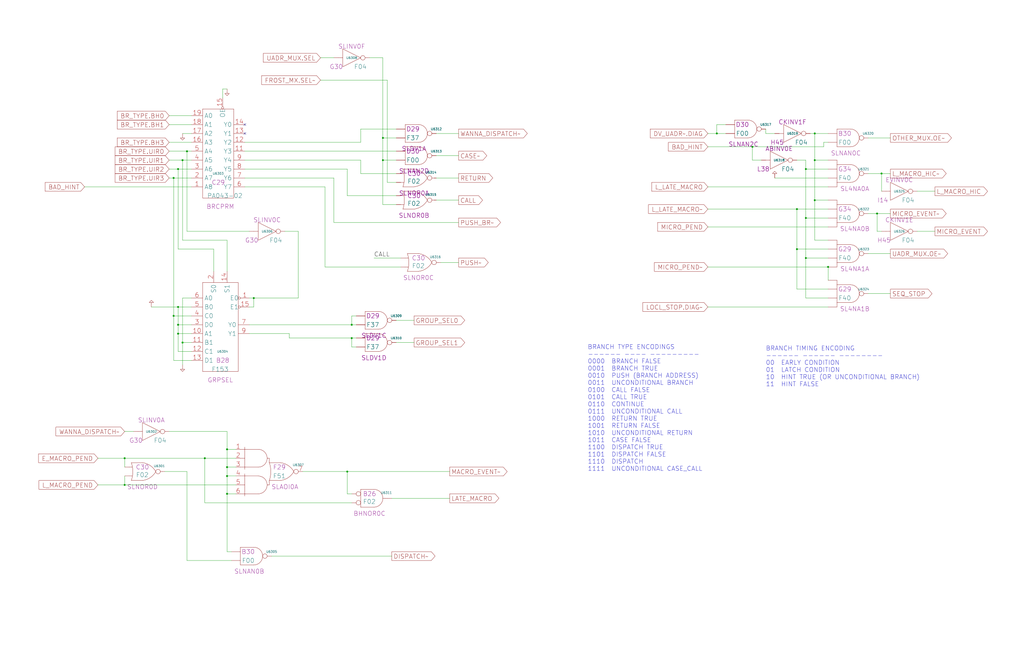
<source format=kicad_sch>
(kicad_sch (version 20250114) (generator "eeschema") (generator_version "9.0")
  (paper "User" 584.2 378.46)
  (title_block (title "BRANCH TYPE DECODE & UADR OE") (date "22-MAY-90") (rev "1.0") (comment 1 "SEQUENCER") (comment 2 "232-003064") (comment 3 "S400") (comment 4 "RELEASED"))
  (lib_symbols
    (symbol "r1000:F00" (pin_numbers (hide yes)) (pin_names (hide yes))
      (property "Reference" "U" (at 15.24 0 0))
      (property "Value" "F00" (at 1.905 -5.08 0))
      (property "Location" "___" (at 1.905 0 0))
      (property "Name" "______" (at 2.54 -12.7 0))
      (symbol "F00_0_1"
        (polyline (pts (xy -2.54 2.54) (xy -2.54 -7.62)) (stroke (width 0.1524)))
        (polyline (pts (xy -2.54 2.54) (xy 5.08 2.54)) (stroke (width 0.1524)))
        (polyline (pts (xy -2.54 -7.62) (xy 5.08 -7.62)) (stroke (width 0.1524)))
        (arc (start 5.08 2.54) (mid 10.1281 -2.54) (end 5.08 -7.62) (stroke (width 0.1524)))
        (circle (center 11.43 -2.54) (radius 1.27) (stroke (width 0.1524)))
      )
      (symbol "F00_0_2"
        (arc (start -3.175 2.54) (mid -2.134 -2.54) (end -3.175 -7.62) (stroke (width 0.1524)))
        (circle (center -3.81 0) (radius 1.27) (stroke (width 0.1524)))
        (circle (center -3.81 -5.08) (radius 1.27) (stroke (width 0.1524)))
        (polyline (pts (xy -3.175 2.54) (xy 3.81 2.54)) (stroke (width 0.1524)))
        (polyline (pts (xy -3.175 -7.62) (xy 3.81 -7.62)) (stroke (width 0.1524)))
        (arc (start 3.81 2.54) (mid 7.5828 0.7472) (end 10.16 -2.54) (stroke (width 0.1524)))
        (arc (start 10.16 -2.54) (mid 7.5855 -5.8306) (end 3.81 -7.62) (stroke (width 0.1524)))
      )
      (symbol "F00_1_1"
        (pin input line (at -7.62 0 0) (length 5.08) (name "D0") (number "1"))
        (pin input line (at -7.62 -5.08 0) (length 5.08) (name "D1") (number "2"))
        (pin output line (at 15.24 -2.54 180) (length 2.54) (name "Q") (number "3"))
      )
      (symbol "F00_1_2"
        (pin input line (at -7.62 0 0) (length 2.54) (name "D0") (number "1"))
        (pin input line (at -7.62 -5.08 0) (length 2.54) (name "D1") (number "2"))
        (pin output line (at 15.24 -2.54 180) (length 5.08) (name "Q") (number "3"))
      )
    )
    (symbol "r1000:F02" (pin_numbers (hide yes)) (pin_names (hide yes))
      (property "Reference" "U" (at 12.16 0.635 0))
      (property "Value" "F02" (at -1.27 -4.445 0))
      (property "Location" "___" (at 2.54 0 0))
      (property "Name" "______" (at 2.54 -12.7 0))
      (symbol "F02_0_1"
        (arc (start -3.81 2.54) (mid -2.9847 -2.54) (end -3.81 -7.62) (stroke (width 0.1524)))
        (polyline (pts (xy -5.08 0) (xy -3.175 0)) (stroke (width 0.1524)))
        (polyline (pts (xy -5.08 -5.08) (xy -3.175 -5.08)) (stroke (width 0.1524)))
        (polyline (pts (xy -3.81 2.54) (xy 2.54 2.54)) (stroke (width 0.1524)))
        (polyline (pts (xy -3.81 -7.62) (xy 2.54 -7.62)) (stroke (width 0.1524)))
        (arc (start 2.54 2.54) (mid 6.9477 0.8966) (end 10.16 -2.54) (stroke (width 0.1524)))
        (arc (start 10.16 -2.54) (mid 6.9515 -5.9823) (end 2.54 -7.62) (stroke (width 0.1524)))
        (circle (center 11.43 -2.54) (radius 1.27) (stroke (width 0.1524)))
        (polyline (pts (xy 13.97 -2.54) (xy 12.7 -2.54)) (stroke (width 0.1524)))
      )
      (symbol "F02_0_2"
        (circle (center -3.81 0) (radius 1.27) (stroke (width 0.1524)))
        (circle (center -3.81 -5.08) (radius 1.27) (stroke (width 0.1524)))
        (polyline (pts (xy -2.54 2.54) (xy -2.54 -7.62)) (stroke (width 0.1524)))
        (polyline (pts (xy -2.54 2.54) (xy 5.08 2.54)) (stroke (width 0.1524)))
        (polyline (pts (xy -2.54 -7.62) (xy 5.08 -7.62)) (stroke (width 0.1524)))
        (arc (start 5.08 2.54) (mid 10.1281 -2.54) (end 5.08 -7.62) (stroke (width 0.1524)))
        (polyline (pts (xy 11.43 -2.54) (xy 10.16 -2.54)) (stroke (width 0.1524)))
        (polyline (pts (xy 11.43 -2.54) (xy 12.7 -2.54)) (stroke (width 0.1524)))
      )
      (symbol "F02_1_1"
        (pin input line (at -7.62 0 0) (length 2.54) (name "D0") (number "1"))
        (pin input line (at -7.62 -5.08 0) (length 2.54) (name "D1") (number "2"))
        (pin output line (at 15.24 -2.54 180) (length 1.27) (name "Q") (number "3"))
      )
      (symbol "F02_1_2"
        (pin input line (at -7.62 0 0) (length 2.54) (name "D0") (number "1"))
        (pin input line (at -7.62 -5.08 0) (length 2.54) (name "D1") (number "2"))
        (pin output line (at 15.24 -2.54 180) (length 2.54) (name "Q") (number "3"))
      )
    )
    (symbol "r1000:F04" (pin_numbers (hide yes)) (pin_names (hide yes))
      (property "Reference" "U" (at 0 0 0))
      (property "Value" "F04" (at 1.27 -5.08 0))
      (property "Location" "___" (at -12.7 -5.08 0))
      (property "Name" "______" (at 0 5.08 0))
      (symbol "F04_0_1"
        (polyline (pts (xy -7.62 0) (xy -5.08 0)) (stroke (width 0.1524)))
        (polyline (pts (xy -5.08 5.08) (xy -5.08 -5.08)) (stroke (width 0.1524)))
        (polyline (pts (xy 5.08 0) (xy -5.08 5.08)) (stroke (width 0.1524)))
        (polyline (pts (xy 5.08 0) (xy -5.08 -5.08)) (stroke (width 0.1524)))
        (circle (center 6.35 0) (radius 1.27) (stroke (width 0.1524)))
      )
      (symbol "F04_1_1"
        (pin input line (at -10.16 0 0) (length 2.54) (name "D0") (number "1"))
        (pin output line (at 10.16 0 180) (length 2.54) (name "Q") (number "2"))
      )
    )
    (symbol "r1000:F153" (pin_names (offset 1.016))
      (property "Reference" "U" (at 2.54 5.08 0))
      (property "Value" "F153" (at -3.81 -5.08 0))
      (property "Location" "___" (at -1.27 0 0))
      (property "Name" "______" (at 1.27 -12.7 0))
      (symbol "F153_1_1"
        (rectangle (start -8.89 44.45) (end 11.43 -6.35))
        (circle (center 12.065 35.56) (radius 0.635))
        (circle (center 12.065 30.48) (radius 0.635))
        (pin input line (at -15.24 35.56 0) (length 6.35) (name "A0") (number "6"))
        (pin input line (at -15.24 30.48 0) (length 6.35) (name "B0") (number "5"))
        (pin input line (at -15.24 25.4 0) (length 6.35) (name "C0") (number "4"))
        (pin input line (at -15.24 20.32 0) (length 6.35) (name "D0") (number "3"))
        (pin input line (at -15.24 15.24 0) (length 6.35) (name "A1") (number "10"))
        (pin input line (at -15.24 10.16 0) (length 6.35) (name "B1") (number "11"))
        (pin input line (at -15.24 5.08 0) (length 6.35) (name "C1") (number "12"))
        (pin input line (at -15.24 0 0) (length 6.35) (name "D1") (number "13"))
        (pin input line (at -2.54 50.8 270) (length 6.35) (name "S0") (number "2"))
        (pin input line (at 5.08 50.8 270) (length 6.35) (name "S1") (number "14"))
        (pin input line (at 17.78 35.56 180) (length 5.08) (name "E0") (number "1"))
        (pin input line (at 17.78 30.48 180) (length 5.08) (name "E1") (number "15"))
        (pin output line (at 17.78 20.32 180) (length 6.35) (name "Y0") (number "7"))
        (pin output line (at 17.78 15.24 180) (length 6.35) (name "Y1") (number "9"))
      )
    )
    (symbol "r1000:F37" (pin_numbers (hide yes)) (pin_names (offset 0) (hide yes))
      (property "Reference" "U" (at 15.24 0 0))
      (property "Value" "F37" (at 1.905 -5.08 0))
      (property "Location" "___" (at 1.905 0 0))
      (property "Name" "______" (at 2.54 -12.7 0))
      (symbol "F37_0_1"
        (polyline (pts (xy -2.54 2.54) (xy -2.54 -7.62)) (stroke (width 0.1524)))
        (polyline (pts (xy -2.54 2.54) (xy 5.08 2.54)) (stroke (width 0.1524)))
        (polyline (pts (xy -2.54 -7.62) (xy 5.08 -7.62)) (stroke (width 0.1524)))
        (arc (start 5.08 2.54) (mid 10.1281 -2.54) (end 5.08 -7.62) (stroke (width 0.1524)))
        (circle (center 11.43 -2.54) (radius 1.27) (stroke (width 0.1524)))
      )
      (symbol "F37_0_2"
        (arc (start -3.175 2.54) (mid -2.134 -2.54) (end -3.175 -7.62) (stroke (width 0.1524)))
        (circle (center -3.81 0) (radius 1.27) (stroke (width 0.1524)))
        (circle (center -3.81 -5.08) (radius 1.27) (stroke (width 0.1524)))
        (polyline (pts (xy -3.175 2.54) (xy 3.81 2.54)) (stroke (width 0.1524)))
        (polyline (pts (xy -3.175 -7.62) (xy 3.81 -7.62)) (stroke (width 0.1524)))
        (arc (start 3.81 2.54) (mid 7.5828 0.7472) (end 10.16 -2.54) (stroke (width 0.1524)))
        (arc (start 10.16 -2.54) (mid 7.5855 -5.8306) (end 3.81 -7.62) (stroke (width 0.1524)))
      )
      (symbol "F37_1_1"
        (pin input line (at -7.62 0 0) (length 5.08) (name "D0") (number "1"))
        (pin input line (at -7.62 -5.08 0) (length 5.08) (name "D1") (number "2"))
        (pin output line (at 15.24 -2.54 180) (length 2.54) (name "Q") (number "3"))
      )
      (symbol "F37_1_2"
        (pin input line (at -7.62 0 0) (length 2.54) (name "D0") (number "1"))
        (pin input line (at -7.62 -5.08 0) (length 2.54) (name "D1") (number "2"))
        (pin output line (at 15.24 -2.54 180) (length 5.08) (name "Q") (number "3"))
      )
    )
    (symbol "r1000:F40" (pin_numbers (hide yes)) (pin_names (hide yes))
      (property "Reference" "U" (at 12.7 2.54 0))
      (property "Value" "F40" (at 1.905 -2.54 0))
      (property "Location" "___" (at 1.905 2.54 0))
      (property "Name" "______" (at 7.62 -10.16 0))
      (symbol "F40_0_0"
        (polyline (pts (xy -2.54 5.08) (xy 5.08 5.08)) (stroke (width 0.1524)))
        (polyline (pts (xy -2.54 -5.08) (xy 5.08 -5.08)) (stroke (width 0.1524)))
        (arc (start 5.08 5.08) (mid 8.6721 3.5921) (end 10.16 0) (stroke (width 0.1524)))
        (arc (start 10.16 0) (mid 8.6721 -3.5921) (end 5.08 -5.08) (stroke (width 0.1524)))
        (circle (center 11.43 0) (radius 1.27) (stroke (width 0.1524)))
      )
      (symbol "F40_0_1"
        (polyline (pts (xy -2.54 7.62) (xy -2.54 5.08)) (stroke (width 0.1524)))
        (polyline (pts (xy -2.54 5.08) (xy -2.54 -5.08)) (stroke (width 0.1524)))
        (polyline (pts (xy -2.54 -5.08) (xy -2.54 -7.62)) (stroke (width 0.1524)))
      )
      (symbol "F40_1_1"
        (pin input line (at -7.62 7.62 0) (length 5.08) (name "D0") (number "1"))
        (pin input line (at -7.62 2.54 0) (length 5.08) (name "D3") (number "2"))
        (pin input line (at -7.62 -2.54 0) (length 5.08) (name "D4") (number "4"))
        (pin input line (at -7.62 -7.62 0) (length 5.08) (name "D5") (number "5"))
        (pin output line (at 15.24 0 180) (length 2.54) (name "Q") (number "6"))
      )
    )
    (symbol "r1000:F51" (pin_names (hide yes))
      (property "Reference" "U" (at 12.7 1.27 0))
      (property "Value" "F51" (at 1.905 -5.08 0))
      (property "Location" "___" (at 1.905 0 0))
      (property "Name" "______" (at 5.08 -12.7 0))
      (symbol "F51_0_0"
        (polyline (pts (xy -20.32 10.16) (xy -17.78 10.16)) (stroke (width 0.1524)))
        (polyline (pts (xy -20.32 5.08) (xy -17.78 5.08)) (stroke (width 0.1524)))
        (polyline (pts (xy -20.32 0) (xy -17.78 0)) (stroke (width 0.1524)))
        (polyline (pts (xy -20.32 -5.08) (xy -17.78 -5.08)) (stroke (width 0.1524)))
        (polyline (pts (xy -20.32 -10.16) (xy -17.78 -10.16)) (stroke (width 0.1524)))
        (polyline (pts (xy -20.32 -15.24) (xy -17.78 -15.24)) (stroke (width 0.1524)))
        (arc (start -3.8173 2.54) (mid -2.9926 -2.54) (end -3.8173 -7.62) (stroke (width 0.1524)))
        (polyline (pts (xy -17.78 11.43) (xy -17.78 -1.27)) (stroke (width 0.1524)))
        (polyline (pts (xy -17.78 -3.81) (xy -17.78 -16.51)) (stroke (width 0.1524)))
        (polyline (pts (xy -10.16 10.16) (xy -17.78 10.16)) (stroke (width 0.1524)))
        (arc (start -10.16 10.16) (mid -6.5679 8.6721) (end -5.08 5.08) (stroke (width 0.1524)))
        (arc (start -5.08 5.08) (mid -6.5679 1.4879) (end -10.16 0) (stroke (width 0.1524)))
        (polyline (pts (xy -10.16 0) (xy -17.78 0)) (stroke (width 0.1524)))
        (polyline (pts (xy -10.16 -5.08) (xy -17.78 -5.08)) (stroke (width 0.1524)))
        (arc (start -10.16 -5.08) (mid -6.5679 -6.5679) (end -5.08 -10.16) (stroke (width 0.1524)))
        (arc (start -5.08 -10.16) (mid -6.5679 -13.7521) (end -10.16 -15.24) (stroke (width 0.1524)))
        (polyline (pts (xy -10.16 -15.24) (xy -17.78 -15.24)) (stroke (width 0.1524)))
        (polyline (pts (xy -5.08 5.08) (xy -3.81 5.08) (xy -3.81 2.54)) (stroke (width 0.1524)))
        (polyline (pts (xy -5.08 -10.16) (xy -3.81 -10.16) (xy -3.81 -7.62)) (stroke (width 0.1524)))
        (polyline (pts (xy -3.81 2.54) (xy 2.54 2.54)) (stroke (width 0.1524)))
        (polyline (pts (xy -3.81 -7.62) (xy 2.54 -7.62)) (stroke (width 0.1524)))
        (arc (start 10.16 -2.54) (mid 6.9504 -5.9807) (end 2.54 -7.62) (stroke (width 0.1524)))
        (arc (start 2.54 2.54) (mid 6.9516 0.9024) (end 10.16 -2.54) (stroke (width 0.1524)))
        (circle (center 11.43 -2.54) (radius 1.27) (stroke (width 0.1524)))
      )
      (symbol "F51_1_1"
        (pin input line (at -22.86 10.16 0) (length 2.54) (name "A1") (number "1"))
        (pin input line (at -22.86 5.08 0) (length 2.54) (name "A2") (number "2"))
        (pin input line (at -22.86 0 0) (length 2.54) (name "A3") (number "3"))
        (pin input line (at -22.86 -5.08 0) (length 2.54) (name "B1") (number "4"))
        (pin input line (at -22.86 -10.16 0) (length 2.54) (name "B2") (number "5"))
        (pin input line (at -22.86 -15.24 0) (length 2.54) (name "B3") (number "6"))
        (pin output line (at 15.24 -2.54 180) (length 2.54) (name "Q") (number "7"))
      )
    )
    (symbol "r1000:PAxxx" (pin_names (offset 1.016))
      (property "Reference" "U" (at 2.54 5.08 0))
      (property "Value" "PAxxx" (at -3.81 -7.62 0))
      (property "Location" "___" (at -1.27 0 0))
      (property "Name" "______" (at 3.81 -15.24 0))
      (symbol "PAxxx_1_1"
        (rectangle (start -6.35 41.91) (end 11.43 -8.89))
        (circle (center 5.08 42.545) (radius 0.635))
        (pin input line (at -12.7 38.1 0) (length 6.35) (name "A0") (number "19"))
        (pin input line (at -12.7 33.02 0) (length 6.35) (name "A1") (number "18"))
        (pin input line (at -12.7 27.94 0) (length 6.35) (name "A2") (number "17"))
        (pin input line (at -12.7 22.86 0) (length 6.35) (name "A3") (number "16"))
        (pin input line (at -12.7 17.78 0) (length 6.35) (name "A4") (number "5"))
        (pin input line (at -12.7 12.7 0) (length 6.35) (name "A5") (number "4"))
        (pin input line (at -12.7 7.62 0) (length 6.35) (name "A6") (number "3"))
        (pin input line (at -12.7 2.54 0) (length 6.35) (name "A7") (number "2"))
        (pin input line (at -12.7 -2.54 0) (length 6.35) (name "A8") (number "1"))
        (pin input line (at 5.08 48.26 270) (length 5.08) (name "OE") (number "15"))
        (pin tri_state line (at 17.78 33.02 180) (length 6.35) (name "Y0") (number "14"))
        (pin tri_state line (at 17.78 27.94 180) (length 6.35) (name "Y1") (number "13"))
        (pin tri_state line (at 17.78 22.86 180) (length 6.35) (name "Y2") (number "12"))
        (pin tri_state line (at 17.78 17.78 180) (length 6.35) (name "Y3") (number "11"))
        (pin tri_state line (at 17.78 12.7 180) (length 6.35) (name "Y4") (number "9"))
        (pin tri_state line (at 17.78 7.62 180) (length 6.35) (name "Y5") (number "8"))
        (pin tri_state line (at 17.78 2.54 180) (length 6.35) (name "Y6") (number "7"))
        (pin tri_state line (at 17.78 -2.54 180) (length 6.35) (name "Y7") (number "6"))
      )
    )
    (symbol "r1000:PD" (power) (pin_numbers (hide yes)) (pin_names (hide yes)) (in_bom no)
      (symbol "PD_0_1"
        (polyline (pts (xy 0 -2.54) (xy 1.27 -2.54) (xy 0 -3.81) (xy -1.27 -2.54) (xy 0 -2.54)) (stroke (width 0.1524)))
      )
      (symbol "PD_1_1"
        (pin power_in line (at 0 0 270) (length 2.54) (name "PD") (number "1"))
      )
    )
    (symbol "r1000:PU" (power) (pin_numbers (hide yes)) (pin_names (hide yes))
      (symbol "PU_0_1"
        (polyline (pts (xy 0 2.54) (xy -1.27 2.54) (xy 0 3.81) (xy 1.27 2.54) (xy 0 2.54)) (stroke (width 0.1524)))
      )
      (symbol "PU_1_1"
        (pin power_in line (at 0 0 90) (length 2.54) (name "PU") (number "1"))
      )
    )
  )
  (text "BRANCH TIMING ENCODING\n------ ------ --------\n00  EARLY CONDITION\n01  LATCH CONDITION\n10  HINT TRUE (OR UNCONDITIONAL BRANCH)\n11  HINT FALSE" (at 436.88 220.98 0) (effects (font (size 2.54 2.54)) (justify left bottom)))
  (text "BRANCH TYPE ENCODINGS\n------ ---- ---------\n0000  BRANCH FALSE\n0001  BRANCH TRUE\n0010  PUSH (BRANCH ADDRESS)\n0011  UNCONDITIONAL BRANCH\n0100  CALL FALSE\n0101  CALL TRUE\n0110  CONTINUE\n0111  UNCONDITIONAL CALL\n1000  RETURN TRUE\n1001  RETURN FALSE\n1010  UNCONDITIONAL RETURN\n1011  CASE FALSE\n1100  DISPATCH TRUE\n1101  DISPATCH FALSE\n1110  DISPATCH\n1111  UNCONDITIONAL CASE_CALL\n" (at 335.28 269.24 0) (effects (font (size 2.54 2.54)) (justify left bottom)))
  (junction (at 464.82 91.44))
  (junction (at 218.44 91.44))
  (junction (at 408.94 76.2))
  (junction (at 144.78 170.18))
  (junction (at 129.54 271.78))
  (junction (at 429.26 83.82))
  (junction (at 129.54 266.7))
  (junction (at 99.06 180.34))
  (junction (at 101.6 185.42))
  (junction (at 101.6 190.5))
  (junction (at 198.12 269.24))
  (junction (at 500.38 121.92))
  (junction (at 71.12 276.86))
  (junction (at 218.44 78.74))
  (junction (at 101.6 175.26))
  (junction (at 459.74 96.52))
  (junction (at 106.68 86.36))
  (junction (at 129.54 256.54))
  (junction (at 101.6 96.52))
  (junction (at 200.66 193.04))
  (junction (at 116.84 261.62))
  (junction (at 104.14 195.58))
  (junction (at 464.82 114.3))
  (junction (at 502.92 99.06))
  (junction (at 459.74 124.46))
  (junction (at 454.66 142.24))
  (junction (at 129.54 281.94))
  (junction (at 99.06 101.6))
  (junction (at 459.74 147.32))
  (junction (at 464.82 76.2))
  (junction (at 454.66 119.38))
  (junction (at 200.66 185.42))
  (junction (at 472.44 152.4))
  (junction (at 104.14 91.44))
  (junction (at 71.12 261.62))
  (no_connect (at 139.7 71.12))
  (no_connect (at 139.7 76.2))
  (wire (pts (xy 129.54 266.7) (xy 129.54 271.78)))
  (wire (pts (xy 403.86 175.26) (xy 472.44 175.26)))
  (wire (pts (xy 104.14 195.58) (xy 109.22 195.58)))
  (wire (pts (xy 198.12 96.52) (xy 198.12 111.76)))
  (wire (pts (xy 403.86 152.4) (xy 472.44 152.4)))
  (wire (pts (xy 459.74 147.32) (xy 459.74 170.18)))
  (wire (pts (xy 210.82 33.02) (xy 218.44 33.02)))
  (wire (pts (xy 198.12 281.94) (xy 198.12 269.24)))
  (wire (pts (xy 99.06 180.34) (xy 109.22 180.34)))
  (wire (pts (xy 101.6 185.42) (xy 101.6 175.26)))
  (wire (pts (xy 129.54 246.38) (xy 129.54 256.54)))
  (wire (pts (xy 96.52 81.28) (xy 109.22 81.28)))
  (wire (pts (xy 142.24 190.5) (xy 165.1 190.5)))
  (wire (pts (xy 205.74 81.28) (xy 205.74 73.66)))
  (wire (pts (xy 200.66 281.94) (xy 198.12 281.94)))
  (wire (pts (xy 248.92 101.6) (xy 261.62 101.6)))
  (wire (pts (xy 96.52 91.44) (xy 104.14 91.44)))
  (wire (pts (xy 408.94 71.12) (xy 408.94 76.2)))
  (wire (pts (xy 142.24 185.42) (xy 200.66 185.42)))
  (wire (pts (xy 472.44 152.4) (xy 472.44 160.02)))
  (wire (pts (xy 48.26 106.68) (xy 109.22 106.68)))
  (wire (pts (xy 464.82 76.2) (xy 464.82 91.44)))
  (wire (pts (xy 459.74 124.46) (xy 472.44 124.46)))
  (wire (pts (xy 129.54 50.8) (xy 127 50.8)))
  (wire (pts (xy 165.1 190.5) (xy 165.1 193.04)))
  (wire (pts (xy 96.52 246.38) (xy 129.54 246.38)))
  (wire (pts (xy 414.02 71.12) (xy 408.94 71.12)))
  (wire (pts (xy 96.52 71.12) (xy 109.22 71.12)))
  (wire (pts (xy 459.74 96.52) (xy 472.44 96.52)))
  (wire (pts (xy 218.44 33.02) (xy 218.44 78.74)))
  (wire (pts (xy 502.92 99.06) (xy 502.92 109.22)))
  (wire (pts (xy 429.26 91.44) (xy 429.26 83.82)))
  (wire (pts (xy 469.9 81.28) (xy 472.44 81.28)))
  (wire (pts (xy 116.84 287.02) (xy 200.66 287.02)))
  (wire (pts (xy 185.42 106.68) (xy 185.42 152.4)))
  (wire (pts (xy 213.36 147.32) (xy 228.6 147.32)))
  (wire (pts (xy 218.44 91.44) (xy 226.06 91.44)))
  (wire (pts (xy 106.68 320.04) (xy 132.08 320.04)))
  (wire (pts (xy 129.54 256.54) (xy 134.62 256.54)))
  (wire (pts (xy 162.56 132.08) (xy 170.18 132.08)))
  (wire (pts (xy 170.18 132.08) (xy 170.18 170.18)))
  (wire (pts (xy 218.44 91.44) (xy 218.44 116.84)))
  (wire (pts (xy 500.38 121.92) (xy 508 121.92)))
  (wire (pts (xy 434.34 91.44) (xy 429.26 91.44)))
  (wire (pts (xy 101.6 190.5) (xy 101.6 185.42)))
  (wire (pts (xy 248.92 76.2) (xy 261.62 76.2)))
  (wire (pts (xy 454.66 142.24) (xy 454.66 165.1)))
  (wire (pts (xy 109.22 205.74) (xy 99.06 205.74)))
  (wire (pts (xy 220.98 45.72) (xy 220.98 104.14)))
  (wire (pts (xy 464.82 91.44) (xy 464.82 114.3)))
  (wire (pts (xy 99.06 101.6) (xy 109.22 101.6)))
  (wire (pts (xy 495.3 121.92) (xy 500.38 121.92)))
  (wire (pts (xy 198.12 111.76) (xy 226.06 111.76)))
  (wire (pts (xy 129.54 256.54) (xy 129.54 266.7)))
  (wire (pts (xy 469.9 83.82) (xy 469.9 81.28)))
  (wire (pts (xy 104.14 170.18) (xy 109.22 170.18)))
  (wire (pts (xy 403.86 83.82) (xy 429.26 83.82)))
  (wire (pts (xy 408.94 76.2) (xy 414.02 76.2)))
  (wire (pts (xy 464.82 137.16) (xy 472.44 137.16)))
  (wire (pts (xy 200.66 198.12) (xy 200.66 193.04)))
  (wire (pts (xy 104.14 208.28) (xy 104.14 195.58)))
  (wire (pts (xy 500.38 121.92) (xy 500.38 132.08)))
  (wire (pts (xy 495.3 99.06) (xy 502.92 99.06)))
  (wire (pts (xy 71.12 271.78) (xy 71.12 276.86)))
  (wire (pts (xy 104.14 137.16) (xy 104.14 91.44)))
  (wire (pts (xy 459.74 170.18) (xy 472.44 170.18)))
  (wire (pts (xy 106.68 132.08) (xy 106.68 86.36)))
  (wire (pts (xy 218.44 78.74) (xy 218.44 91.44)))
  (wire (pts (xy 139.7 81.28) (xy 205.74 81.28)))
  (wire (pts (xy 129.54 281.94) (xy 134.62 281.94)))
  (wire (pts (xy 96.52 96.52) (xy 101.6 96.52)))
  (wire (pts (xy 454.66 119.38) (xy 454.66 142.24)))
  (wire (pts (xy 248.92 114.3) (xy 261.62 114.3)))
  (wire (pts (xy 127 50.8) (xy 127 55.88)))
  (wire (pts (xy 129.54 137.16) (xy 104.14 137.16)))
  (wire (pts (xy 165.1 193.04) (xy 200.66 193.04)))
  (wire (pts (xy 121.92 142.24) (xy 101.6 142.24)))
  (wire (pts (xy 129.54 271.78) (xy 134.62 271.78)))
  (wire (pts (xy 104.14 91.44) (xy 109.22 91.44)))
  (wire (pts (xy 436.88 76.2) (xy 441.96 76.2)))
  (wire (pts (xy 248.92 88.9) (xy 261.62 88.9)))
  (wire (pts (xy 436.88 73.66) (xy 436.88 76.2)))
  (wire (pts (xy 139.7 106.68) (xy 185.42 106.68)))
  (wire (pts (xy 205.74 99.06) (xy 226.06 99.06)))
  (wire (pts (xy 86.36 175.26) (xy 101.6 175.26)))
  (wire (pts (xy 154.94 317.5) (xy 223.52 317.5)))
  (wire (pts (xy 71.12 261.62) (xy 71.12 266.7)))
  (wire (pts (xy 523.24 109.22) (xy 533.4 109.22)))
  (wire (pts (xy 200.66 185.42) (xy 203.2 185.42)))
  (wire (pts (xy 403.86 76.2) (xy 408.94 76.2)))
  (wire (pts (xy 104.14 195.58) (xy 104.14 170.18)))
  (wire (pts (xy 459.74 124.46) (xy 459.74 147.32)))
  (wire (pts (xy 223.52 284.48) (xy 256.54 284.48)))
  (wire (pts (xy 101.6 190.5) (xy 109.22 190.5)))
  (wire (pts (xy 200.66 193.04) (xy 203.2 193.04)))
  (wire (pts (xy 129.54 266.7) (xy 134.62 266.7)))
  (wire (pts (xy 116.84 261.62) (xy 116.84 287.02)))
  (wire (pts (xy 200.66 180.34) (xy 200.66 185.42)))
  (wire (pts (xy 139.7 86.36) (xy 226.06 86.36)))
  (wire (pts (xy 226.06 182.88) (xy 236.22 182.88)))
  (wire (pts (xy 464.82 114.3) (xy 472.44 114.3)))
  (wire (pts (xy 403.86 106.68) (xy 472.44 106.68)))
  (wire (pts (xy 190.5 127) (xy 261.62 127)))
  (wire (pts (xy 101.6 175.26) (xy 109.22 175.26)))
  (wire (pts (xy 109.22 200.66) (xy 101.6 200.66)))
  (wire (pts (xy 55.88 276.86) (xy 71.12 276.86)))
  (wire (pts (xy 99.06 205.74) (xy 99.06 180.34)))
  (wire (pts (xy 495.3 167.64) (xy 508 167.64)))
  (wire (pts (xy 142.24 132.08) (xy 106.68 132.08)))
  (wire (pts (xy 218.44 116.84) (xy 226.06 116.84)))
  (wire (pts (xy 190.5 101.6) (xy 190.5 127)))
  (wire (pts (xy 144.78 175.26) (xy 144.78 170.18)))
  (wire (pts (xy 205.74 73.66) (xy 226.06 73.66)))
  (wire (pts (xy 182.88 45.72) (xy 220.98 45.72)))
  (wire (pts (xy 139.7 91.44) (xy 205.74 91.44)))
  (wire (pts (xy 101.6 96.52) (xy 109.22 96.52)))
  (wire (pts (xy 96.52 66.04) (xy 109.22 66.04)))
  (wire (pts (xy 523.24 132.08) (xy 533.4 132.08)))
  (wire (pts (xy 454.66 119.38) (xy 472.44 119.38)))
  (wire (pts (xy 459.74 91.44) (xy 459.74 96.52)))
  (wire (pts (xy 96.52 86.36) (xy 106.68 86.36)))
  (wire (pts (xy 96.52 101.6) (xy 99.06 101.6)))
  (wire (pts (xy 139.7 101.6) (xy 190.5 101.6)))
  (wire (pts (xy 129.54 154.94) (xy 129.54 137.16)))
  (wire (pts (xy 464.82 91.44) (xy 472.44 91.44)))
  (wire (pts (xy 203.2 198.12) (xy 200.66 198.12)))
  (wire (pts (xy 106.68 269.24) (xy 106.68 320.04)))
  (wire (pts (xy 198.12 269.24) (xy 256.54 269.24)))
  (wire (pts (xy 121.92 154.94) (xy 121.92 142.24)))
  (wire (pts (xy 464.82 76.2) (xy 472.44 76.2)))
  (wire (pts (xy 139.7 96.52) (xy 198.12 96.52)))
  (wire (pts (xy 462.28 76.2) (xy 464.82 76.2)))
  (wire (pts (xy 454.66 91.44) (xy 459.74 91.44)))
  (wire (pts (xy 454.66 165.1) (xy 472.44 165.1)))
  (wire (pts (xy 203.2 180.34) (xy 200.66 180.34)))
  (wire (pts (xy 101.6 185.42) (xy 109.22 185.42)))
  (wire (pts (xy 104.14 76.2) (xy 109.22 76.2)))
  (wire (pts (xy 142.24 175.26) (xy 144.78 175.26)))
  (wire (pts (xy 71.12 276.86) (xy 134.62 276.86)))
  (wire (pts (xy 101.6 200.66) (xy 101.6 190.5)))
  (wire (pts (xy 403.86 119.38) (xy 454.66 119.38)))
  (wire (pts (xy 205.74 91.44) (xy 205.74 99.06)))
  (wire (pts (xy 226.06 195.58) (xy 236.22 195.58)))
  (wire (pts (xy 403.86 129.54) (xy 472.44 129.54)))
  (wire (pts (xy 429.26 83.82) (xy 469.9 83.82)))
  (wire (pts (xy 454.66 142.24) (xy 472.44 142.24)))
  (wire (pts (xy 172.72 269.24) (xy 198.12 269.24)))
  (wire (pts (xy 459.74 96.52) (xy 459.74 124.46)))
  (wire (pts (xy 93.98 269.24) (xy 106.68 269.24)))
  (wire (pts (xy 218.44 78.74) (xy 226.06 78.74)))
  (wire (pts (xy 495.3 78.74) (xy 508 78.74)))
  (wire (pts (xy 106.68 86.36) (xy 109.22 86.36)))
  (wire (pts (xy 170.18 170.18) (xy 144.78 170.18)))
  (wire (pts (xy 129.54 271.78) (xy 129.54 281.94)))
  (wire (pts (xy 101.6 96.52) (xy 101.6 142.24)))
  (wire (pts (xy 185.42 152.4) (xy 228.6 152.4)))
  (wire (pts (xy 441.96 101.6) (xy 472.44 101.6)))
  (wire (pts (xy 55.88 261.62) (xy 71.12 261.62)))
  (wire (pts (xy 182.88 33.02) (xy 190.5 33.02)))
  (wire (pts (xy 129.54 281.94) (xy 129.54 314.96)))
  (wire (pts (xy 502.92 99.06) (xy 508 99.06)))
  (wire (pts (xy 495.3 144.78) (xy 508 144.78)))
  (wire (pts (xy 251.46 149.86) (xy 261.62 149.86)))
  (wire (pts (xy 99.06 180.34) (xy 99.06 101.6)))
  (wire (pts (xy 116.84 261.62) (xy 134.62 261.62)))
  (wire (pts (xy 142.24 170.18) (xy 144.78 170.18)))
  (wire (pts (xy 459.74 147.32) (xy 472.44 147.32)))
  (wire (pts (xy 71.12 261.62) (xy 116.84 261.62)))
  (wire (pts (xy 464.82 114.3) (xy 464.82 137.16)))
  (wire (pts (xy 129.54 314.96) (xy 132.08 314.96)))
  (wire (pts (xy 220.98 104.14) (xy 226.06 104.14)))
  (wire (pts (xy 71.12 246.38) (xy 76.2 246.38)))
  (wire (pts (xy 502.92 132.08) (xy 500.38 132.08)))
  (label "CALL" (at 213.36 147.32 0) (effects (font (size 2.54 2.54))))
  (global_label "OTHER_MUX.OE~" (shape output) (at 508 78.74 0) (effects (font (size 2.54 2.54))) (property "Intersheetrefs" "${INTERSHEET_REFS}" (at 542.8222 78.5813 0) (effects (font (size 1.905 1.905)) (justify left))))
  (global_label "BR_TYPE.UIR3" (shape input) (at 96.52 101.6 180) (effects (font (size 2.54 2.54))) (property "Intersheetrefs" "${INTERSHEET_REFS}" (at 65.6892 101.4413 0) (effects (font (size 1.905 1.905)) (justify right))))
  (global_label "GROUP_SEL0" (shape output) (at 236.22 182.88 0) (effects (font (size 2.54 2.54))) (property "Intersheetrefs" "${INTERSHEET_REFS}" (at 265.1155 182.7213 0) (effects (font (size 1.905 1.905)) (justify left))))
  (global_label "BAD_HINT" (shape input) (at 48.26 106.68 180) (effects (font (size 2.54 2.54))) (property "Intersheetrefs" "${INTERSHEET_REFS}" (at 25.775 106.5213 0) (effects (font (size 1.905 1.905)) (justify right))))
  (global_label "LATE_MACRO" (shape output) (at 256.54 284.48 0) (effects (font (size 2.54 2.54))) (property "Intersheetrefs" "${INTERSHEET_REFS}" (at 284.5889 284.3213 0) (effects (font (size 1.905 1.905)) (justify left))))
  (global_label "CASE~" (shape output) (at 261.62 88.9 0) (effects (font (size 2.54 2.54))) (property "Intersheetrefs" "${INTERSHEET_REFS}" (at 277.6946 88.7413 0) (effects (font (size 1.905 1.905)) (justify left))))
  (global_label "MICRO_EVENT" (shape output) (at 533.4 132.08 0) (effects (font (size 2.54 2.54))) (property "Intersheetrefs" "${INTERSHEET_REFS}" (at 563.3841 131.9213 0) (effects (font (size 1.905 1.905)) (justify left))))
  (global_label "E_MACRO_PEND" (shape input) (at 55.88 261.62 180) (effects (font (size 2.54 2.54))) (property "Intersheetrefs" "${INTERSHEET_REFS}" (at 22.0254 261.4613 0) (effects (font (size 1.905 1.905)) (justify right))))
  (global_label "PUSH~" (shape output) (at 261.62 149.86 0) (effects (font (size 2.54 2.54))) (property "Intersheetrefs" "${INTERSHEET_REFS}" (at 278.5412 149.7013 0) (effects (font (size 1.905 1.905)) (justify left))))
  (global_label "MICRO_PEND~" (shape input) (at 403.86 152.4 180) (effects (font (size 2.54 2.54))) (property "Intersheetrefs" "${INTERSHEET_REFS}" (at 373.3921 152.2413 0) (effects (font (size 1.905 1.905)) (justify right))))
  (global_label "BR_TYPE.UIR2" (shape input) (at 96.52 96.52 180) (effects (font (size 2.54 2.54))) (property "Intersheetrefs" "${INTERSHEET_REFS}" (at 65.6892 96.3613 0) (effects (font (size 1.905 1.905)) (justify right))))
  (global_label "BR_TYPE.UIR0" (shape input) (at 96.52 86.36 180) (effects (font (size 2.54 2.54))) (property "Intersheetrefs" "${INTERSHEET_REFS}" (at 65.6892 86.2013 0) (effects (font (size 1.905 1.905)) (justify right))))
  (global_label "BR_TYPE.UIR1" (shape input) (at 96.52 91.44 180) (effects (font (size 2.54 2.54))) (property "Intersheetrefs" "${INTERSHEET_REFS}" (at 65.6892 91.2813 0) (effects (font (size 1.905 1.905)) (justify right))))
  (global_label "FROST_MX.SEL~" (shape input) (at 182.88 45.72 180) (effects (font (size 2.54 2.54))) (property "Intersheetrefs" "${INTERSHEET_REFS}" (at 149.2673 45.5613 0) (effects (font (size 1.905 1.905)) (justify right))))
  (global_label "BAD_HINT" (shape input) (at 403.86 83.82 180) (effects (font (size 2.54 2.54))) (property "Intersheetrefs" "${INTERSHEET_REFS}" (at 381.375 83.6613 0) (effects (font (size 1.905 1.905)) (justify right))))
  (global_label "MICRO_PEND" (shape input) (at 403.86 129.54 180) (effects (font (size 2.54 2.54))) (property "Intersheetrefs" "${INTERSHEET_REFS}" (at 375.2064 129.3813 0) (effects (font (size 1.905 1.905)) (justify right))))
  (global_label "MACRO_EVENT~" (shape output) (at 256.54 269.24 0) (effects (font (size 2.54 2.54))) (property "Intersheetrefs" "${INTERSHEET_REFS}" (at 289.306 269.0813 0) (effects (font (size 1.905 1.905)) (justify left))))
  (global_label "DISPATCH~" (shape output) (at 223.52 317.5 0) (effects (font (size 2.54 2.54))) (property "Intersheetrefs" "${INTERSHEET_REFS}" (at 248.1822 317.3413 0) (effects (font (size 1.905 1.905)) (justify left))))
  (global_label "WANNA_DISPATCH~" (shape output) (at 261.62 76.2 0) (effects (font (size 2.54 2.54))) (property "Intersheetrefs" "${INTERSHEET_REFS}" (at 300.7965 76.0413 0) (effects (font (size 1.905 1.905)) (justify left))))
  (global_label "LOCL_STOP.DIAG~" (shape input) (at 403.86 175.26 180) (effects (font (size 2.54 2.54))) (property "Intersheetrefs" "${INTERSHEET_REFS}" (at 366.7397 175.1013 0) (effects (font (size 1.905 1.905)) (justify right))))
  (global_label "L_LATE_MACRO~" (shape input) (at 403.86 119.38 180) (effects (font (size 2.54 2.54))) (property "Intersheetrefs" "${INTERSHEET_REFS}" (at 370.0054 119.2213 0) (effects (font (size 1.905 1.905)) (justify right))))
  (global_label "BR_TYPE.BH1" (shape input) (at 96.52 71.12 180) (effects (font (size 2.54 2.54))) (property "Intersheetrefs" "${INTERSHEET_REFS}" (at 66.8988 70.9613 0) (effects (font (size 1.905 1.905)) (justify right))))
  (global_label "UADR_MUX.OE~" (shape output) (at 508 144.78 0) (effects (font (size 2.54 2.54))) (property "Intersheetrefs" "${INTERSHEET_REFS}" (at 540.645 144.6213 0) (effects (font (size 1.905 1.905)) (justify left))))
  (global_label "UADR_MUX.SEL" (shape input) (at 182.88 33.02 180) (effects (font (size 2.54 2.54))) (property "Intersheetrefs" "${INTERSHEET_REFS}" (at 150.235 32.8613 0) (effects (font (size 1.905 1.905)) (justify right))))
  (global_label "RETURN" (shape output) (at 261.62 101.6 0) (effects (font (size 2.54 2.54))) (property "Intersheetrefs" "${INTERSHEET_REFS}" (at 281.0812 101.4413 0) (effects (font (size 1.905 1.905)) (justify left))))
  (global_label "GROUP_SEL1" (shape output) (at 236.22 195.58 0) (effects (font (size 2.54 2.54))) (property "Intersheetrefs" "${INTERSHEET_REFS}" (at 265.1155 195.4213 0) (effects (font (size 1.905 1.905)) (justify left))))
  (global_label "MICRO_EVENT~" (shape output) (at 508 121.92 0) (effects (font (size 2.54 2.54))) (property "Intersheetrefs" "${INTERSHEET_REFS}" (at 539.7984 121.7613 0) (effects (font (size 1.905 1.905)) (justify left))))
  (global_label "DV_UADR~.DIAG" (shape input) (at 403.86 76.2 180) (effects (font (size 2.54 2.54))) (property "Intersheetrefs" "${INTERSHEET_REFS}" (at 370.973 76.0413 0) (effects (font (size 1.905 1.905)) (justify right))))
  (global_label "BR_TYPE.BH0" (shape input) (at 96.52 66.04 180) (effects (font (size 2.54 2.54))) (property "Intersheetrefs" "${INTERSHEET_REFS}" (at 66.8988 65.8813 0) (effects (font (size 1.905 1.905)) (justify right))))
  (global_label "PUSH_BR~" (shape output) (at 261.62 127 0) (effects (font (size 2.54 2.54))) (property "Intersheetrefs" "${INTERSHEET_REFS}" (at 285.5565 126.8413 0) (effects (font (size 1.905 1.905)) (justify left))))
  (global_label "BR_TYPE.BH3" (shape input) (at 96.52 81.28 180) (effects (font (size 2.54 2.54))) (property "Intersheetrefs" "${INTERSHEET_REFS}" (at 66.8988 81.1213 0) (effects (font (size 1.905 1.905)) (justify right))))
  (global_label "SEQ_STOP" (shape output) (at 508 167.64 0) (effects (font (size 2.54 2.54))) (property "Intersheetrefs" "${INTERSHEET_REFS}" (at 531.6946 167.4813 0) (effects (font (size 1.905 1.905)) (justify left))))
  (global_label "CALL" (shape output) (at 261.62 114.3 0) (effects (font (size 2.54 2.54))) (property "Intersheetrefs" "${INTERSHEET_REFS}" (at 275.2755 114.1413 0) (effects (font (size 1.905 1.905)) (justify left))))
  (global_label "L_MACRO_HIC~" (shape output) (at 508 99.06 0) (effects (font (size 2.54 2.54))) (property "Intersheetrefs" "${INTERSHEET_REFS}" (at 539.7984 98.9013 0) (effects (font (size 1.905 1.905)) (justify left))))
  (global_label "L_LATE_MACRO" (shape input) (at 403.86 106.68 180) (effects (font (size 2.54 2.54))) (property "Intersheetrefs" "${INTERSHEET_REFS}" (at 371.8197 106.5213 0) (effects (font (size 1.905 1.905)) (justify right))))
  (global_label "WANNA_DISPATCH~" (shape input) (at 71.12 246.38 180) (effects (font (size 2.54 2.54))) (property "Intersheetrefs" "${INTERSHEET_REFS}" (at 31.9435 246.2213 0) (effects (font (size 1.905 1.905)) (justify right))))
  (global_label "L_MACRO_HIC" (shape output) (at 533.4 109.22 0) (effects (font (size 2.54 2.54))) (property "Intersheetrefs" "${INTERSHEET_REFS}" (at 563.3841 109.0613 0) (effects (font (size 1.905 1.905)) (justify left))))
  (global_label "L_MACRO_PEND" (shape input) (at 55.88 276.86 180) (effects (font (size 2.54 2.54))) (property "Intersheetrefs" "${INTERSHEET_REFS}" (at 22.2673 276.7013 0) (effects (font (size 1.905 1.905)) (justify right))))
  (symbol (lib_id "r1000:F51") (at 157.48 266.7 0) (unit 1)
    (property "Reference" "U6307" (at 170.18 265.43 0))
    (property "Value" "F51" (at 159.385 271.78 0) (effects (font (size 2.54 2.54))))
    (property "Location" "F29" (at 159.385 266.7 0) (effects (font (size 2.54 2.54))))
    (property "Name" "SLAOI0A" (at 162.56 279.4 0) (effects (font (size 2.54 2.54)) (justify bottom)))
  )
  (symbol (lib_id "r1000:F02") (at 233.68 111.76 0) (unit 1)
    (property "Reference" "U6315" (at 245.84 111.125 0))
    (property "Value" "F02" (at 232.41 116.205 0) (effects (font (size 2.54 2.54)) (justify left)))
    (property "Location" "C30" (at 236.22 111.76 0) (effects (font (size 2.54 2.54))))
    (property "Name" "SLNOR0B" (at 236.22 124.46 0) (effects (font (size 2.54 2.54)) (justify bottom)))
  )
  (symbol (lib_id "r1000:F37") (at 233.68 73.66 0) (unit 1)
    (property "Reference" "U6312" (at 248.92 73.66 0))
    (property "Value" "F37" (at 235.585 78.74 0) (effects (font (size 2.54 2.54))))
    (property "Location" "D29" (at 235.585 73.66 0) (effects (font (size 2.54 2.54))))
    (property "Name" "SLDV1A" (at 236.22 86.36 0) (effects (font (size 2.54 2.54)) (justify bottom)))
  )
  (symbol (lib_id "r1000:F04") (at 86.36 246.38 0) (unit 1)
    (property "Reference" "U6302" (at 86.36 246.38 0))
    (property "Value" "F04" (at 87.63 251.46 0) (effects (font (size 2.54 2.54)) (justify left)))
    (property "Location" "G30" (at 73.66 251.46 0) (effects (font (size 2.54 2.54)) (justify left)))
    (property "Name" "SLINV0A" (at 86.36 241.3 0) (effects (font (size 2.54 2.54)) (justify bottom)))
  )
  (symbol (lib_id "r1000:F00") (at 139.7 314.96 0) (unit 1)
    (property "Reference" "U6305" (at 154.94 314.96 0))
    (property "Value" "F00" (at 141.605 320.04 0) (effects (font (size 2.54 2.54))))
    (property "Location" "B30" (at 141.605 314.96 0) (effects (font (size 2.54 2.54))))
    (property "Name" "SLNAN0B" (at 142.24 327.66 0) (effects (font (size 2.54 2.54)) (justify bottom)))
  )
  (symbol (lib_id "r1000:F02") (at 233.68 99.06 0) (unit 1)
    (property "Reference" "U6314" (at 245.84 98.425 0))
    (property "Value" "F02" (at 232.41 103.505 0) (effects (font (size 2.54 2.54)) (justify left)))
    (property "Location" "C30" (at 236.22 99.06 0) (effects (font (size 2.54 2.54))))
    (property "Name" "SLNOR0A" (at 236.22 111.76 0) (effects (font (size 2.54 2.54)) (justify bottom)))
  )
  (symbol (lib_id "r1000:F40") (at 480.06 121.92 0) (unit 1)
    (property "Reference" "U6322" (at 492.76 119.38 0))
    (property "Value" "F40" (at 481.965 124.46 0) (effects (font (size 2.54 2.54))))
    (property "Location" "G34" (at 481.965 119.38 0) (effects (font (size 2.54 2.54))))
    (property "Name" "SL4NA0B" (at 487.68 132.08 0) (effects (font (size 2.54 2.54)) (justify bottom)))
  )
  (symbol (lib_id "r1000:F04") (at 513.08 109.22 0) (unit 1)
    (property "Reference" "U6325" (at 513.08 109.22 0))
    (property "Value" "F04" (at 514.35 114.3 0) (effects (font (size 2.54 2.54)) (justify left)))
    (property "Location" "I14" (at 500.38 114.3 0) (effects (font (size 2.54 2.54)) (justify left)))
    (property "Name" "EVINV0C" (at 513.08 104.14 0) (effects (font (size 2.54 2.54)) (justify bottom)))
  )
  (symbol (lib_id "r1000:F04") (at 200.66 33.02 0) (unit 1)
    (property "Reference" "U6308" (at 200.66 33.02 0))
    (property "Value" "F04" (at 201.93 38.1 0) (effects (font (size 2.54 2.54)) (justify left)))
    (property "Location" "G30" (at 187.96 38.1 0) (effects (font (size 2.54 2.54)) (justify left)))
    (property "Name" "SLINV0F" (at 200.66 27.94 0) (effects (font (size 2.54 2.54)) (justify bottom)))
  )
  (symbol (lib_id "r1000:PU") (at 441.96 101.6 0) (unit 1)
    (property "Reference" "#PWR06304" (effects (hide yes)))
    (property "Value" "PU" (effects (hide yes)))
  )
  (symbol (lib_id "r1000:F40") (at 480.06 167.64 0) (unit 1)
    (property "Reference" "U6324" (at 492.76 165.1 0))
    (property "Value" "F40" (at 481.965 170.18 0) (effects (font (size 2.54 2.54))))
    (property "Location" "G29" (at 481.965 165.1 0) (effects (font (size 2.54 2.54))))
    (property "Name" "SL4NA1B" (at 487.68 177.8 0) (effects (font (size 2.54 2.54)) (justify bottom)))
  )
  (symbol (lib_id "r1000:F40") (at 480.06 99.06 0) (unit 1)
    (property "Reference" "U6321" (at 492.76 96.52 0))
    (property "Value" "F40" (at 481.965 101.6 0) (effects (font (size 2.54 2.54))))
    (property "Location" "G34" (at 481.965 96.52 0) (effects (font (size 2.54 2.54))))
    (property "Name" "SL4NA0A" (at 487.68 109.22 0) (effects (font (size 2.54 2.54)) (justify bottom)))
  )
  (symbol (lib_id "r1000:F02") (at 208.28 281.94 0) (unit 1) (convert 2)
    (property "Reference" "U6311" (at 220.44 281.305 0))
    (property "Value" "F02" (at 207.01 286.385 0) (effects (font (size 2.54 2.54)) (justify left)))
    (property "Location" "B26" (at 210.82 281.94 0) (effects (font (size 2.54 2.54))))
    (property "Name" "BHNOR0C" (at 210.82 294.64 0) (effects (font (size 2.54 2.54)) (justify bottom)))
  )
  (symbol (lib_id "r1000:F04") (at 452.12 76.2 0) (unit 1)
    (property "Reference" "U6319" (at 452.12 76.2 0))
    (property "Value" "F04" (at 453.39 81.28 0) (effects (font (size 2.54 2.54)) (justify left)))
    (property "Location" "H45" (at 439.42 81.28 0) (effects (font (size 2.54 2.54)) (justify left)))
    (property "Name" "CKINV1F" (at 452.12 71.12 0) (effects (font (size 2.54 2.54)) (justify bottom)))
  )
  (symbol (lib_id "r1000:PD") (at 104.14 76.2 0) (unit 1) (in_bom no)
    (property "Reference" "#PWR06302" (effects (hide yes)))
    (property "Value" "PD" (effects (hide yes)))
  )
  (symbol (lib_id "r1000:PD") (at 129.54 50.8 0) (unit 1) (in_bom no)
    (property "Reference" "#PWR0150" (effects (hide yes)))
    (property "Value" "PD" (effects (hide yes)))
  )
  (symbol (lib_id "r1000:F04") (at 152.4 132.08 0) (unit 1)
    (property "Reference" "U6306" (at 152.4 132.08 0))
    (property "Value" "F04" (at 153.67 137.16 0) (effects (font (size 2.54 2.54)) (justify left)))
    (property "Location" "G30" (at 139.7 137.16 0) (effects (font (size 2.54 2.54)) (justify left)))
    (property "Name" "SLINV0C" (at 152.4 127 0) (effects (font (size 2.54 2.54)) (justify bottom)))
  )
  (symbol (lib_id "r1000:F04") (at 444.5 91.44 0) (unit 1)
    (property "Reference" "U6318" (at 444.5 91.44 0))
    (property "Value" "F04" (at 445.77 96.52 0) (effects (font (size 2.54 2.54)) (justify left)))
    (property "Location" "L38" (at 431.8 96.52 0) (effects (font (size 2.54 2.54)) (justify left)))
    (property "Name" "ABINV0E" (at 444.5 86.36 0) (effects (font (size 2.54 2.54)) (justify bottom)))
  )
  (symbol (lib_id "r1000:F37") (at 210.82 180.34 0) (unit 1)
    (property "Reference" "U6309" (at 226.06 180.34 0))
    (property "Value" "F37" (at 212.725 185.42 0) (effects (font (size 2.54 2.54))))
    (property "Location" "D29" (at 212.725 180.34 0) (effects (font (size 2.54 2.54))))
    (property "Name" "SLDV1C" (at 213.36 193.04 0) (effects (font (size 2.54 2.54)) (justify bottom)))
  )
  (symbol (lib_id "r1000:F04") (at 513.08 132.08 0) (unit 1)
    (property "Reference" "U6326" (at 513.08 132.08 0))
    (property "Value" "F04" (at 514.35 137.16 0) (effects (font (size 2.54 2.54)) (justify left)))
    (property "Location" "H45" (at 500.38 137.16 0) (effects (font (size 2.54 2.54)) (justify left)))
    (property "Name" "CKINV1E" (at 513.08 127 0) (effects (font (size 2.54 2.54)) (justify bottom)))
  )
  (symbol (lib_id "r1000:F02") (at 236.22 147.32 0) (unit 1)
    (property "Reference" "U6316" (at 248.38 146.685 0))
    (property "Value" "F02" (at 234.95 151.765 0) (effects (font (size 2.54 2.54)) (justify left)))
    (property "Location" "C30" (at 238.76 147.32 0) (effects (font (size 2.54 2.54))))
    (property "Name" "SLNOR0C" (at 238.76 160.02 0) (effects (font (size 2.54 2.54)) (justify bottom)))
  )
  (symbol (lib_id "r1000:PAxxx") (at 121.92 104.14 0) (unit 1)
    (property "Reference" "U6303" (at 124.46 99.06 0))
    (property "Value" "PA043-02" (at 118.11 111.76 0) (effects (font (size 2.54 2.54)) (justify left)))
    (property "Location" "C29" (at 120.65 104.14 0) (effects (font (size 2.54 2.54)) (justify left)))
    (property "Name" "BRCPRM" (at 125.73 119.38 0) (effects (font (size 2.54 2.54)) (justify bottom)))
  )
  (symbol (lib_id "r1000:F37") (at 210.82 193.04 0) (unit 1)
    (property "Reference" "U6310" (at 226.06 193.04 0))
    (property "Value" "F37" (at 212.725 198.12 0) (effects (font (size 2.54 2.54))))
    (property "Location" "D29" (at 212.725 193.04 0) (effects (font (size 2.54 2.54))))
    (property "Name" "SLDV1D" (at 213.36 205.74 0) (effects (font (size 2.54 2.54)) (justify bottom)))
  )
  (symbol (lib_id "r1000:PU") (at 86.36 175.26 0) (unit 1)
    (property "Reference" "#PWR06301" (effects (hide yes)))
    (property "Value" "PU" (effects (hide yes)))
  )
  (symbol (lib_id "r1000:F40") (at 480.06 144.78 0) (unit 1)
    (property "Reference" "U6323" (at 492.76 142.24 0))
    (property "Value" "F40" (at 481.965 147.32 0) (effects (font (size 2.54 2.54))))
    (property "Location" "G29" (at 481.965 142.24 0) (effects (font (size 2.54 2.54))))
    (property "Name" "SL4NA1A" (at 487.68 154.94 0) (effects (font (size 2.54 2.54)) (justify bottom)))
  )
  (symbol (lib_id "r1000:F02") (at 78.74 266.7 0) (unit 1)
    (property "Reference" "U6301" (at 90.9 266.065 0))
    (property "Value" "F02" (at 77.47 271.145 0) (effects (font (size 2.54 2.54)) (justify left)))
    (property "Location" "C30" (at 81.28 266.7 0) (effects (font (size 2.54 2.54))))
    (property "Name" "SLNOR0D" (at 81.28 279.4 0) (effects (font (size 2.54 2.54)) (justify bottom)))
  )
  (symbol (lib_id "r1000:F00") (at 480.06 76.2 0) (unit 1)
    (property "Reference" "U6320" (at 495.3 76.2 0))
    (property "Value" "F00" (at 481.965 81.28 0) (effects (font (size 2.54 2.54))))
    (property "Location" "B30" (at 481.965 76.2 0) (effects (font (size 2.54 2.54))))
    (property "Name" "SLNAN0C" (at 482.6 88.9 0) (effects (font (size 2.54 2.54)) (justify bottom)))
  )
  (symbol (lib_id "r1000:F00") (at 421.64 71.12 0) (unit 1)
    (property "Reference" "U6317" (at 436.88 71.12 0))
    (property "Value" "F00" (at 423.545 76.2 0) (effects (font (size 2.54 2.54))))
    (property "Location" "D30" (at 423.545 71.12 0) (effects (font (size 2.54 2.54))))
    (property "Name" "SLNAN2C" (at 424.18 83.82 0) (effects (font (size 2.54 2.54)) (justify bottom)))
  )
  (symbol (lib_id "r1000:F153") (at 124.46 205.74 0) (unit 1)
    (property "Reference" "U6304" (at 127 200.66 0))
    (property "Value" "F153" (at 120.65 210.82 0) (effects (font (size 2.54 2.54)) (justify left)))
    (property "Location" "B28" (at 123.19 205.74 0) (effects (font (size 2.54 2.54)) (justify left)))
    (property "Name" "GRPSEL" (at 125.73 218.44 0) (effects (font (size 2.54 2.54)) (justify bottom)))
  )
  (symbol (lib_id "r1000:F00") (at 233.68 86.36 0) (unit 1)
    (property "Reference" "U6313" (at 248.92 86.36 0))
    (property "Value" "F00" (at 235.585 91.44 0) (effects (font (size 2.54 2.54))))
    (property "Location" "D30" (at 235.585 86.36 0) (effects (font (size 2.54 2.54))))
    (property "Name" "SLNAN2D" (at 236.22 99.06 0) (effects (font (size 2.54 2.54)) (justify bottom)))
  )
  (symbol (lib_id "r1000:PD") (at 104.14 208.28 0) (unit 1) (in_bom no)
    (property "Reference" "#PWR06303" (effects (hide yes)))
    (property "Value" "PD" (effects (hide yes)))
  )
)
</source>
